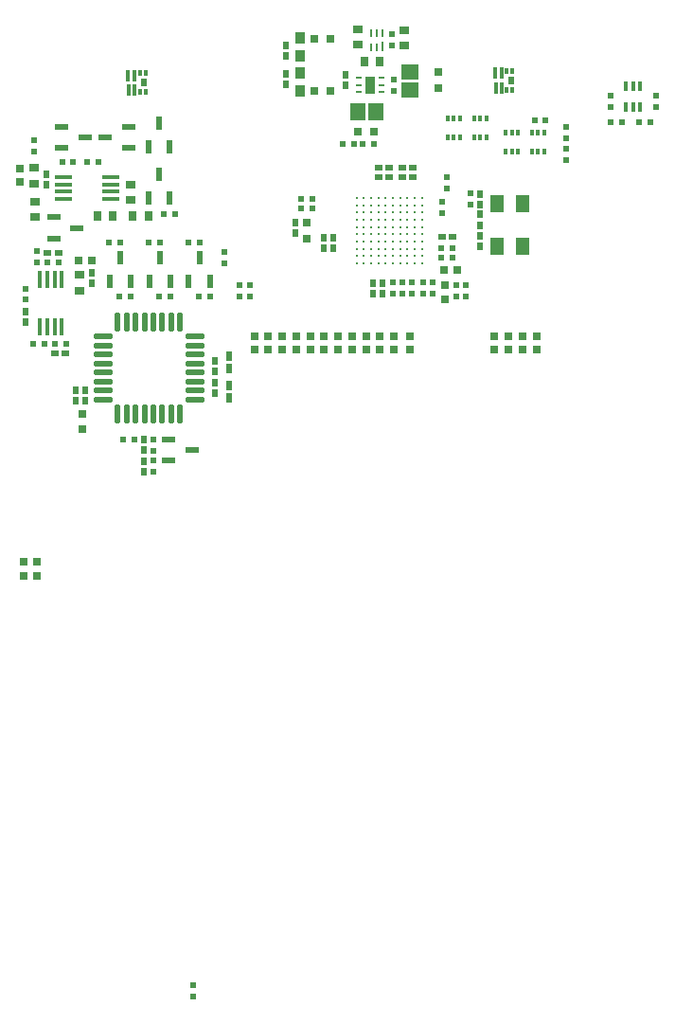
<source format=gbp>
G04 Layer_Color=128*
%FSLAX43Y43*%
%MOMM*%
G71*
G01*
G75*
%ADD11R,0.650X0.800*%
%ADD12R,0.800X0.650*%
%ADD14R,0.600X0.900*%
%ADD15R,0.650X0.500*%
%ADD17R,0.700X0.700*%
%ADD18R,0.700X0.700*%
%ADD20R,0.550X0.600*%
%ADD21R,0.500X0.650*%
%ADD27R,0.600X0.550*%
%ADD34R,1.300X1.600*%
%ADD68R,0.400X0.550*%
%ADD69R,0.300X0.550*%
%ADD71R,0.950X1.000*%
%ADD72R,0.450X1.600*%
%ADD73R,0.800X0.850*%
%ADD74R,0.850X0.800*%
%ADD75R,0.600X1.300*%
%ADD76R,1.300X0.600*%
%ADD77R,1.500X1.350*%
%ADD78R,0.540X0.800*%
%ADD79R,0.300X0.600*%
%ADD80R,0.300X1.000*%
%ADD81R,0.400X1.000*%
%ADD82R,1.350X1.500*%
%ADD83R,0.350X0.850*%
%ADD84O,0.550X1.750*%
%ADD85O,1.750X0.550*%
%ADD86R,1.600X0.450*%
%ADD89C,0.280*%
%ADD165R,0.550X0.250*%
%ADD166R,0.900X1.500*%
%ADD167R,0.250X0.800*%
%ADD168R,0.250X0.900*%
D11*
X-32095Y-31375D02*
D03*
Y-30175D02*
D03*
X-28350Y-31375D02*
D03*
Y-30175D02*
D03*
X-29600Y-31375D02*
D03*
Y-30175D02*
D03*
X-37075Y-30175D02*
D03*
Y-31375D02*
D03*
X-35836Y-30175D02*
D03*
Y-31375D02*
D03*
X-33345Y-30175D02*
D03*
Y-31375D02*
D03*
X-20080Y-25668D02*
D03*
Y-26868D02*
D03*
X-30850Y-30175D02*
D03*
Y-31375D02*
D03*
X-15625Y-30175D02*
D03*
Y-31375D02*
D03*
X-14350Y-30175D02*
D03*
Y-31375D02*
D03*
X-13075Y-30175D02*
D03*
Y-31375D02*
D03*
X-11800Y-30175D02*
D03*
Y-31375D02*
D03*
X-34591D02*
D03*
Y-30175D02*
D03*
X-24600Y-30174D02*
D03*
Y-31374D02*
D03*
X-25850Y-31375D02*
D03*
Y-30175D02*
D03*
X-27100Y-31375D02*
D03*
Y-30175D02*
D03*
X-23151Y-31375D02*
D03*
Y-30175D02*
D03*
X-58075Y-15250D02*
D03*
Y-16450D02*
D03*
D12*
X-51625Y-23425D02*
D03*
X-52825D02*
D03*
X-20125Y-24250D02*
D03*
X-18925D02*
D03*
X-56550Y-51640D02*
D03*
X-57750D02*
D03*
X-56550Y-50380D02*
D03*
X-57750D02*
D03*
D14*
X-39325Y-31950D02*
D03*
Y-33050D02*
D03*
Y-35750D02*
D03*
Y-34650D02*
D03*
D15*
X-54925Y-31725D02*
D03*
X-53975D02*
D03*
X-55575Y-22775D02*
D03*
X-54625D02*
D03*
X-25025Y-15100D02*
D03*
X-25975D02*
D03*
X-25025Y-16000D02*
D03*
X-25975D02*
D03*
X-23875Y-15100D02*
D03*
X-22925D02*
D03*
X-23875Y-16000D02*
D03*
X-22925D02*
D03*
X-20275Y-21300D02*
D03*
X-19325D02*
D03*
D17*
X-52500Y-37150D02*
D03*
Y-38550D02*
D03*
X-32400Y-21450D02*
D03*
Y-20050D02*
D03*
X-20600Y-8000D02*
D03*
Y-6600D02*
D03*
D18*
X-26400Y-11900D02*
D03*
X-27800D02*
D03*
X-30297Y-8270D02*
D03*
X-31697D02*
D03*
X-30297Y-3640D02*
D03*
X-31697D02*
D03*
D20*
X-57550Y-25950D02*
D03*
Y-26950D02*
D03*
X-46125Y-41325D02*
D03*
Y-42325D02*
D03*
Y-39425D02*
D03*
Y-40425D02*
D03*
X-42525Y-89200D02*
D03*
Y-88200D02*
D03*
X-24670Y-25420D02*
D03*
Y-26420D02*
D03*
X-39750Y-23675D02*
D03*
Y-22675D02*
D03*
X-56500Y-23575D02*
D03*
Y-22575D02*
D03*
X-56765Y-12660D02*
D03*
Y-13660D02*
D03*
X-24750Y-4225D02*
D03*
Y-3225D02*
D03*
X-9205Y-11500D02*
D03*
Y-12500D02*
D03*
X-5200Y-9700D02*
D03*
Y-8700D02*
D03*
X-1200D02*
D03*
Y-9700D02*
D03*
X-24625Y-8250D02*
D03*
Y-7250D02*
D03*
X-9205Y-13460D02*
D03*
Y-14460D02*
D03*
X-19850Y-16000D02*
D03*
Y-17000D02*
D03*
X-20300Y-19200D02*
D03*
Y-18200D02*
D03*
X-17800Y-18450D02*
D03*
Y-17450D02*
D03*
X-37500Y-26628D02*
D03*
Y-25628D02*
D03*
X-38400Y-26628D02*
D03*
Y-25628D02*
D03*
X-19030Y-26670D02*
D03*
Y-25670D02*
D03*
X-23827Y-26420D02*
D03*
Y-25420D02*
D03*
X-21974Y-26420D02*
D03*
Y-25420D02*
D03*
X-22974Y-26420D02*
D03*
Y-25420D02*
D03*
X-21130Y-26420D02*
D03*
Y-25420D02*
D03*
X-18180Y-26670D02*
D03*
Y-25670D02*
D03*
D21*
X-34227Y-4205D02*
D03*
Y-5155D02*
D03*
X-34237Y-7675D02*
D03*
Y-6725D02*
D03*
X-57550Y-28925D02*
D03*
Y-27975D02*
D03*
X-46975Y-39450D02*
D03*
Y-40400D02*
D03*
Y-41350D02*
D03*
Y-42300D02*
D03*
X-53075Y-36000D02*
D03*
Y-35050D02*
D03*
X-52250Y-36000D02*
D03*
Y-35050D02*
D03*
X-55650Y-15700D02*
D03*
Y-16650D02*
D03*
X-51650Y-25450D02*
D03*
Y-24500D02*
D03*
X-40600Y-33350D02*
D03*
Y-32400D02*
D03*
Y-34350D02*
D03*
Y-35300D02*
D03*
X-28900Y-6825D02*
D03*
Y-7775D02*
D03*
X-16900Y-22175D02*
D03*
Y-21225D02*
D03*
Y-19325D02*
D03*
Y-20275D02*
D03*
Y-18425D02*
D03*
Y-17475D02*
D03*
X-33450Y-20075D02*
D03*
Y-21025D02*
D03*
X-26450Y-25445D02*
D03*
Y-26395D02*
D03*
X-30000Y-21425D02*
D03*
Y-22375D02*
D03*
X-30875Y-21425D02*
D03*
Y-22375D02*
D03*
X-25650Y-25450D02*
D03*
Y-26400D02*
D03*
D27*
X-12040Y-10920D02*
D03*
X-11040D02*
D03*
X-49175Y-26675D02*
D03*
X-48175D02*
D03*
X-56850Y-30900D02*
D03*
X-55850D02*
D03*
X-53950D02*
D03*
X-54950D02*
D03*
X-48850Y-39425D02*
D03*
X-47850D02*
D03*
X-49125Y-21825D02*
D03*
X-50125D02*
D03*
X-45550D02*
D03*
X-46550D02*
D03*
X-42000D02*
D03*
X-43000D02*
D03*
X-42050Y-26675D02*
D03*
X-41050D02*
D03*
X-45600D02*
D03*
X-44600D02*
D03*
X-54600Y-23600D02*
D03*
X-55600D02*
D03*
X-44200Y-19300D02*
D03*
X-45200D02*
D03*
X-54290Y-14670D02*
D03*
X-53290D02*
D03*
X-26400Y-13000D02*
D03*
X-27400D02*
D03*
X-2700Y-11100D02*
D03*
X-1700D02*
D03*
X-5200D02*
D03*
X-4200D02*
D03*
X-19375Y-23200D02*
D03*
X-20375D02*
D03*
X-32886Y-17950D02*
D03*
X-31886D02*
D03*
X-32886Y-18800D02*
D03*
X-31886D02*
D03*
X-19374Y-22350D02*
D03*
X-20374D02*
D03*
X-51020Y-14670D02*
D03*
X-52020D02*
D03*
X-28200Y-13000D02*
D03*
X-29200D02*
D03*
D34*
X-15400Y-22150D02*
D03*
Y-18350D02*
D03*
X-13100D02*
D03*
Y-22150D02*
D03*
D68*
X-13505Y-12034D02*
D03*
X-14605D02*
D03*
Y-13684D02*
D03*
X-13505D02*
D03*
X-17460Y-12405D02*
D03*
X-16360Y-12405D02*
D03*
Y-10755D02*
D03*
X-17460Y-10755D02*
D03*
X-12255Y-13684D02*
D03*
X-11155D02*
D03*
X-11155Y-12034D02*
D03*
X-12255D02*
D03*
X-18710Y-10755D02*
D03*
X-19810D02*
D03*
Y-12405D02*
D03*
X-18710D02*
D03*
D69*
X-14055Y-12034D02*
D03*
Y-13684D02*
D03*
X-16910Y-12405D02*
D03*
Y-10755D02*
D03*
X-11705Y-13684D02*
D03*
Y-12034D02*
D03*
X-19260Y-10755D02*
D03*
Y-12405D02*
D03*
D71*
X-33025Y-3580D02*
D03*
Y-5180D02*
D03*
Y-8280D02*
D03*
Y-6680D02*
D03*
D72*
X-56250Y-25125D02*
D03*
X-55600D02*
D03*
X-54950D02*
D03*
X-54300D02*
D03*
X-56250Y-29375D02*
D03*
X-55600D02*
D03*
X-54950D02*
D03*
X-54300D02*
D03*
D73*
X-51150Y-19475D02*
D03*
X-49750D02*
D03*
X-47950D02*
D03*
X-46550D02*
D03*
X-25875Y-5700D02*
D03*
X-27275D02*
D03*
D74*
X-48125Y-18025D02*
D03*
Y-16625D02*
D03*
X-56750Y-16575D02*
D03*
Y-15175D02*
D03*
X-27800Y-4150D02*
D03*
Y-2750D02*
D03*
X-23700Y-4225D02*
D03*
Y-2825D02*
D03*
X-52750Y-24725D02*
D03*
Y-26125D02*
D03*
X-56700Y-18175D02*
D03*
Y-19575D02*
D03*
D75*
X-49100Y-23200D02*
D03*
X-50050Y-25300D02*
D03*
X-48150D02*
D03*
X-45550Y-23200D02*
D03*
X-46500Y-25300D02*
D03*
X-44600D02*
D03*
X-42000Y-23200D02*
D03*
X-42950Y-25300D02*
D03*
X-41050D02*
D03*
X-45625Y-15750D02*
D03*
X-46575Y-17850D02*
D03*
X-44675D02*
D03*
X-45625Y-11190D02*
D03*
X-46575Y-13290D02*
D03*
X-44675D02*
D03*
D76*
X-52950Y-20525D02*
D03*
X-55050Y-19575D02*
D03*
Y-21475D02*
D03*
X-50400Y-12415D02*
D03*
X-48300Y-13365D02*
D03*
Y-11465D02*
D03*
X-52200Y-12415D02*
D03*
X-54300Y-11465D02*
D03*
Y-13365D02*
D03*
X-42635Y-40375D02*
D03*
X-44735Y-39425D02*
D03*
Y-41325D02*
D03*
D77*
X-23175Y-8200D02*
D03*
Y-6550D02*
D03*
D78*
X-14120Y-7350D02*
D03*
X-46960Y-7550D02*
D03*
D79*
X-14000Y-8200D02*
D03*
X-14500D02*
D03*
X-14000Y-6500D02*
D03*
X-14500D02*
D03*
X-46840Y-8400D02*
D03*
X-47340Y-8400D02*
D03*
X-46840Y-6700D02*
D03*
X-47340Y-6700D02*
D03*
D80*
X-15000Y-8000D02*
D03*
X-15500D02*
D03*
X-15000Y-6700D02*
D03*
X-47840Y-8200D02*
D03*
X-48340D02*
D03*
X-47840Y-6900D02*
D03*
D81*
X-15550Y-6700D02*
D03*
X-48390Y-6900D02*
D03*
D82*
X-26200Y-10175D02*
D03*
X-27850D02*
D03*
D83*
X-3875Y-9725D02*
D03*
X-3225D02*
D03*
X-2575D02*
D03*
Y-7875D02*
D03*
X-3225D02*
D03*
X-3875D02*
D03*
D84*
X-43724Y-37176D02*
D03*
X-44524D02*
D03*
X-45324D02*
D03*
X-46124D02*
D03*
X-46924D02*
D03*
X-47724D02*
D03*
X-48524D02*
D03*
X-49324D02*
D03*
Y-28926D02*
D03*
X-48524D02*
D03*
X-47724D02*
D03*
X-46924D02*
D03*
X-46124D02*
D03*
X-45324D02*
D03*
X-44524D02*
D03*
X-43724D02*
D03*
D85*
X-50649Y-35851D02*
D03*
Y-35051D02*
D03*
Y-34251D02*
D03*
Y-33451D02*
D03*
Y-32651D02*
D03*
Y-31851D02*
D03*
Y-31051D02*
D03*
Y-30251D02*
D03*
X-42399D02*
D03*
Y-31051D02*
D03*
Y-31851D02*
D03*
Y-32651D02*
D03*
Y-33451D02*
D03*
Y-34251D02*
D03*
Y-35051D02*
D03*
Y-35851D02*
D03*
D86*
X-54150Y-17925D02*
D03*
Y-17275D02*
D03*
Y-16625D02*
D03*
Y-15975D02*
D03*
X-49900Y-17925D02*
D03*
Y-17275D02*
D03*
Y-16625D02*
D03*
Y-15975D02*
D03*
D89*
X-22100Y-23700D02*
D03*
Y-23050D02*
D03*
Y-22400D02*
D03*
Y-21750D02*
D03*
Y-20450D02*
D03*
Y-19800D02*
D03*
Y-19150D02*
D03*
Y-21100D02*
D03*
X-22750D02*
D03*
X-23400D02*
D03*
X-24050D02*
D03*
X-24700D02*
D03*
X-25350D02*
D03*
X-26000D02*
D03*
X-26650D02*
D03*
X-27300D02*
D03*
X-27950D02*
D03*
X-22750Y-23700D02*
D03*
X-23400D02*
D03*
X-24050D02*
D03*
X-24700D02*
D03*
X-25350D02*
D03*
X-26000D02*
D03*
X-26650D02*
D03*
X-27300D02*
D03*
X-27950D02*
D03*
X-22750Y-23050D02*
D03*
X-23400D02*
D03*
X-24050D02*
D03*
X-24700D02*
D03*
X-25350D02*
D03*
X-26000D02*
D03*
X-26650D02*
D03*
X-27300D02*
D03*
X-27950D02*
D03*
X-22750Y-22400D02*
D03*
X-23400D02*
D03*
X-24050D02*
D03*
X-24700D02*
D03*
X-25350D02*
D03*
X-26000D02*
D03*
X-26650D02*
D03*
X-27300D02*
D03*
X-27950D02*
D03*
X-22750Y-21750D02*
D03*
X-23400D02*
D03*
X-24050D02*
D03*
X-24700D02*
D03*
X-25350D02*
D03*
X-26000D02*
D03*
X-26650D02*
D03*
X-27300D02*
D03*
X-27950D02*
D03*
X-22750Y-20450D02*
D03*
X-23400D02*
D03*
X-24050D02*
D03*
X-24700D02*
D03*
X-25350D02*
D03*
X-26000D02*
D03*
X-26650D02*
D03*
X-27300D02*
D03*
X-27950D02*
D03*
X-22750Y-19800D02*
D03*
X-23400D02*
D03*
X-24050D02*
D03*
X-24700D02*
D03*
X-25350D02*
D03*
X-26000D02*
D03*
X-26650D02*
D03*
X-27300D02*
D03*
X-27950D02*
D03*
X-22750Y-19150D02*
D03*
X-23400D02*
D03*
X-24050D02*
D03*
X-24700D02*
D03*
X-25350D02*
D03*
X-26000D02*
D03*
X-26650D02*
D03*
X-27300D02*
D03*
X-27950D02*
D03*
X-22100Y-18500D02*
D03*
X-22750D02*
D03*
X-23400D02*
D03*
X-24050D02*
D03*
X-24700D02*
D03*
X-25350D02*
D03*
X-26000D02*
D03*
X-26650D02*
D03*
X-27300D02*
D03*
X-27950D02*
D03*
X-22100Y-17850D02*
D03*
X-22750D02*
D03*
X-23400D02*
D03*
X-24050D02*
D03*
X-24700D02*
D03*
X-25350D02*
D03*
X-26000D02*
D03*
X-26650D02*
D03*
X-27300D02*
D03*
X-27950D02*
D03*
D165*
X-27775Y-8400D02*
D03*
Y-7750D02*
D03*
Y-7100D02*
D03*
X-25675D02*
D03*
Y-7750D02*
D03*
Y-8400D02*
D03*
D166*
X-26725Y-7750D02*
D03*
D167*
X-26650Y-4350D02*
D03*
Y-3100D02*
D03*
X-25650D02*
D03*
X-26150Y-4350D02*
D03*
Y-3100D02*
D03*
D168*
X-25650Y-4300D02*
D03*
M02*

</source>
